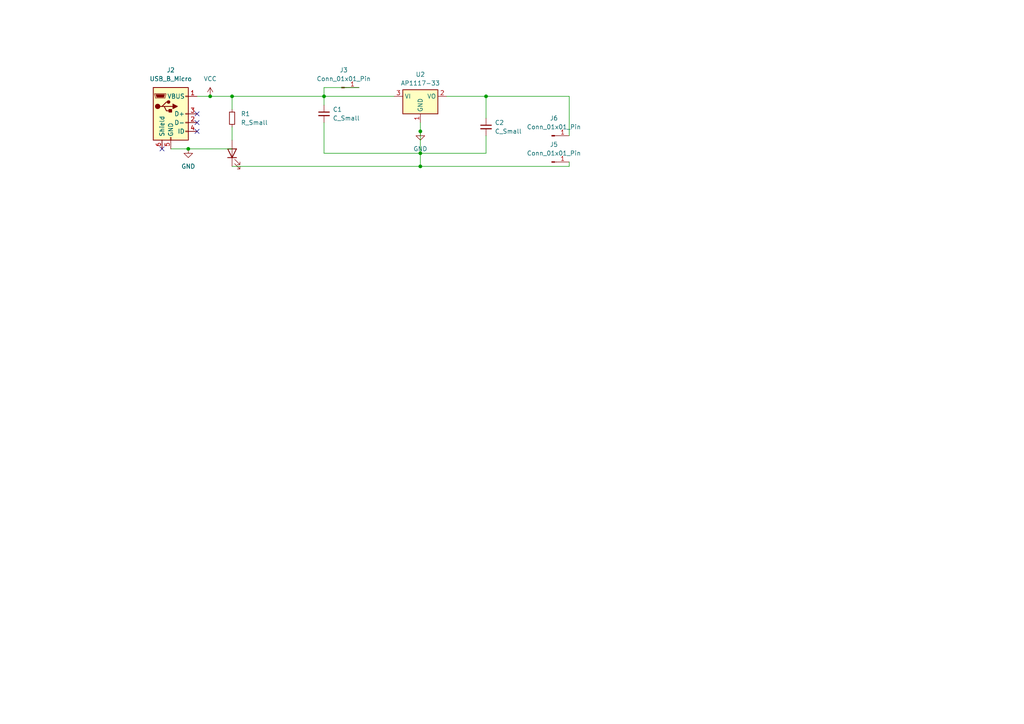
<source format=kicad_sch>
(kicad_sch (version 20230121) (generator eeschema)

  (uuid da77d8c9-f52e-42e0-9fe9-a5b292197b0d)

  (paper "A4")

  (lib_symbols
    (symbol "Connector:Conn_01x01_Pin" (pin_names (offset 1.016) hide) (in_bom yes) (on_board yes)
      (property "Reference" "J" (at 0 2.54 0)
        (effects (font (size 1.27 1.27)))
      )
      (property "Value" "Conn_01x01_Pin" (at 0 -2.54 0)
        (effects (font (size 1.27 1.27)))
      )
      (property "Footprint" "" (at 0 0 0)
        (effects (font (size 1.27 1.27)) hide)
      )
      (property "Datasheet" "~" (at 0 0 0)
        (effects (font (size 1.27 1.27)) hide)
      )
      (property "ki_locked" "" (at 0 0 0)
        (effects (font (size 1.27 1.27)))
      )
      (property "ki_keywords" "connector" (at 0 0 0)
        (effects (font (size 1.27 1.27)) hide)
      )
      (property "ki_description" "Generic connector, single row, 01x01, script generated" (at 0 0 0)
        (effects (font (size 1.27 1.27)) hide)
      )
      (property "ki_fp_filters" "Connector*:*_1x??_*" (at 0 0 0)
        (effects (font (size 1.27 1.27)) hide)
      )
      (symbol "Conn_01x01_Pin_1_1"
        (polyline
          (pts
            (xy 1.27 0)
            (xy 0.8636 0)
          )
          (stroke (width 0.1524) (type default))
          (fill (type none))
        )
        (rectangle (start 0.8636 0.127) (end 0 -0.127)
          (stroke (width 0.1524) (type default))
          (fill (type outline))
        )
        (pin passive line (at 5.08 0 180) (length 3.81)
          (name "Pin_1" (effects (font (size 1.27 1.27))))
          (number "1" (effects (font (size 1.27 1.27))))
        )
      )
    )
    (symbol "Connector:USB_B_Micro" (pin_names (offset 1.016)) (in_bom yes) (on_board yes)
      (property "Reference" "J" (at -5.08 11.43 0)
        (effects (font (size 1.27 1.27)) (justify left))
      )
      (property "Value" "USB_B_Micro" (at -5.08 8.89 0)
        (effects (font (size 1.27 1.27)) (justify left))
      )
      (property "Footprint" "" (at 3.81 -1.27 0)
        (effects (font (size 1.27 1.27)) hide)
      )
      (property "Datasheet" "~" (at 3.81 -1.27 0)
        (effects (font (size 1.27 1.27)) hide)
      )
      (property "ki_keywords" "connector USB micro" (at 0 0 0)
        (effects (font (size 1.27 1.27)) hide)
      )
      (property "ki_description" "USB Micro Type B connector" (at 0 0 0)
        (effects (font (size 1.27 1.27)) hide)
      )
      (property "ki_fp_filters" "USB*" (at 0 0 0)
        (effects (font (size 1.27 1.27)) hide)
      )
      (symbol "USB_B_Micro_0_1"
        (rectangle (start -5.08 -7.62) (end 5.08 7.62)
          (stroke (width 0.254) (type default))
          (fill (type background))
        )
        (circle (center -3.81 2.159) (radius 0.635)
          (stroke (width 0.254) (type default))
          (fill (type outline))
        )
        (circle (center -0.635 3.429) (radius 0.381)
          (stroke (width 0.254) (type default))
          (fill (type outline))
        )
        (rectangle (start -0.127 -7.62) (end 0.127 -6.858)
          (stroke (width 0) (type default))
          (fill (type none))
        )
        (polyline
          (pts
            (xy -1.905 2.159)
            (xy 0.635 2.159)
          )
          (stroke (width 0.254) (type default))
          (fill (type none))
        )
        (polyline
          (pts
            (xy -3.175 2.159)
            (xy -2.54 2.159)
            (xy -1.27 3.429)
            (xy -0.635 3.429)
          )
          (stroke (width 0.254) (type default))
          (fill (type none))
        )
        (polyline
          (pts
            (xy -2.54 2.159)
            (xy -1.905 2.159)
            (xy -1.27 0.889)
            (xy 0 0.889)
          )
          (stroke (width 0.254) (type default))
          (fill (type none))
        )
        (polyline
          (pts
            (xy 0.635 2.794)
            (xy 0.635 1.524)
            (xy 1.905 2.159)
            (xy 0.635 2.794)
          )
          (stroke (width 0.254) (type default))
          (fill (type outline))
        )
        (polyline
          (pts
            (xy -4.318 5.588)
            (xy -1.778 5.588)
            (xy -2.032 4.826)
            (xy -4.064 4.826)
            (xy -4.318 5.588)
          )
          (stroke (width 0) (type default))
          (fill (type outline))
        )
        (polyline
          (pts
            (xy -4.699 5.842)
            (xy -4.699 5.588)
            (xy -4.445 4.826)
            (xy -4.445 4.572)
            (xy -1.651 4.572)
            (xy -1.651 4.826)
            (xy -1.397 5.588)
            (xy -1.397 5.842)
            (xy -4.699 5.842)
          )
          (stroke (width 0) (type default))
          (fill (type none))
        )
        (rectangle (start 0.254 1.27) (end -0.508 0.508)
          (stroke (width 0.254) (type default))
          (fill (type outline))
        )
        (rectangle (start 5.08 -5.207) (end 4.318 -4.953)
          (stroke (width 0) (type default))
          (fill (type none))
        )
        (rectangle (start 5.08 -2.667) (end 4.318 -2.413)
          (stroke (width 0) (type default))
          (fill (type none))
        )
        (rectangle (start 5.08 -0.127) (end 4.318 0.127)
          (stroke (width 0) (type default))
          (fill (type none))
        )
        (rectangle (start 5.08 4.953) (end 4.318 5.207)
          (stroke (width 0) (type default))
          (fill (type none))
        )
      )
      (symbol "USB_B_Micro_1_1"
        (pin power_out line (at 7.62 5.08 180) (length 2.54)
          (name "VBUS" (effects (font (size 1.27 1.27))))
          (number "1" (effects (font (size 1.27 1.27))))
        )
        (pin bidirectional line (at 7.62 -2.54 180) (length 2.54)
          (name "D-" (effects (font (size 1.27 1.27))))
          (number "2" (effects (font (size 1.27 1.27))))
        )
        (pin bidirectional line (at 7.62 0 180) (length 2.54)
          (name "D+" (effects (font (size 1.27 1.27))))
          (number "3" (effects (font (size 1.27 1.27))))
        )
        (pin passive line (at 7.62 -5.08 180) (length 2.54)
          (name "ID" (effects (font (size 1.27 1.27))))
          (number "4" (effects (font (size 1.27 1.27))))
        )
        (pin power_out line (at 0 -10.16 90) (length 2.54)
          (name "GND" (effects (font (size 1.27 1.27))))
          (number "5" (effects (font (size 1.27 1.27))))
        )
        (pin passive line (at -2.54 -10.16 90) (length 2.54)
          (name "Shield" (effects (font (size 1.27 1.27))))
          (number "6" (effects (font (size 1.27 1.27))))
        )
      )
    )
    (symbol "Device:C_Small" (pin_numbers hide) (pin_names (offset 0.254) hide) (in_bom yes) (on_board yes)
      (property "Reference" "C" (at 0.254 1.778 0)
        (effects (font (size 1.27 1.27)) (justify left))
      )
      (property "Value" "C_Small" (at 0.254 -2.032 0)
        (effects (font (size 1.27 1.27)) (justify left))
      )
      (property "Footprint" "" (at 0 0 0)
        (effects (font (size 1.27 1.27)) hide)
      )
      (property "Datasheet" "~" (at 0 0 0)
        (effects (font (size 1.27 1.27)) hide)
      )
      (property "ki_keywords" "capacitor cap" (at 0 0 0)
        (effects (font (size 1.27 1.27)) hide)
      )
      (property "ki_description" "Unpolarized capacitor, small symbol" (at 0 0 0)
        (effects (font (size 1.27 1.27)) hide)
      )
      (property "ki_fp_filters" "C_*" (at 0 0 0)
        (effects (font (size 1.27 1.27)) hide)
      )
      (symbol "C_Small_0_1"
        (polyline
          (pts
            (xy -1.524 -0.508)
            (xy 1.524 -0.508)
          )
          (stroke (width 0.3302) (type default))
          (fill (type none))
        )
        (polyline
          (pts
            (xy -1.524 0.508)
            (xy 1.524 0.508)
          )
          (stroke (width 0.3048) (type default))
          (fill (type none))
        )
      )
      (symbol "C_Small_1_1"
        (pin passive line (at 0 2.54 270) (length 2.032)
          (name "~" (effects (font (size 1.27 1.27))))
          (number "1" (effects (font (size 1.27 1.27))))
        )
        (pin passive line (at 0 -2.54 90) (length 2.032)
          (name "~" (effects (font (size 1.27 1.27))))
          (number "2" (effects (font (size 1.27 1.27))))
        )
      )
    )
    (symbol "Device:LED" (pin_numbers hide) (pin_names (offset 1.016) hide) (in_bom yes) (on_board yes)
      (property "Reference" "D" (at 0 2.54 0)
        (effects (font (size 1.27 1.27)))
      )
      (property "Value" "LED" (at 0 -2.54 0)
        (effects (font (size 1.27 1.27)))
      )
      (property "Footprint" "" (at 0 0 0)
        (effects (font (size 1.27 1.27)) hide)
      )
      (property "Datasheet" "~" (at 0 0 0)
        (effects (font (size 1.27 1.27)) hide)
      )
      (property "ki_keywords" "LED diode" (at 0 0 0)
        (effects (font (size 1.27 1.27)) hide)
      )
      (property "ki_description" "Light emitting diode" (at 0 0 0)
        (effects (font (size 1.27 1.27)) hide)
      )
      (property "ki_fp_filters" "LED* LED_SMD:* LED_THT:*" (at 0 0 0)
        (effects (font (size 1.27 1.27)) hide)
      )
      (symbol "LED_0_1"
        (polyline
          (pts
            (xy -1.27 -1.27)
            (xy -1.27 1.27)
          )
          (stroke (width 0.254) (type default))
          (fill (type none))
        )
        (polyline
          (pts
            (xy -1.27 0)
            (xy 1.27 0)
          )
          (stroke (width 0) (type default))
          (fill (type none))
        )
        (polyline
          (pts
            (xy 1.27 -1.27)
            (xy 1.27 1.27)
            (xy -1.27 0)
            (xy 1.27 -1.27)
          )
          (stroke (width 0.254) (type default))
          (fill (type none))
        )
        (polyline
          (pts
            (xy -3.048 -0.762)
            (xy -4.572 -2.286)
            (xy -3.81 -2.286)
            (xy -4.572 -2.286)
            (xy -4.572 -1.524)
          )
          (stroke (width 0) (type default))
          (fill (type none))
        )
        (polyline
          (pts
            (xy -1.778 -0.762)
            (xy -3.302 -2.286)
            (xy -2.54 -2.286)
            (xy -3.302 -2.286)
            (xy -3.302 -1.524)
          )
          (stroke (width 0) (type default))
          (fill (type none))
        )
      )
      (symbol "LED_1_1"
        (pin passive line (at -3.81 0 0) (length 2.54)
          (name "K" (effects (font (size 1.27 1.27))))
          (number "1" (effects (font (size 1.27 1.27))))
        )
        (pin passive line (at 3.81 0 180) (length 2.54)
          (name "A" (effects (font (size 1.27 1.27))))
          (number "2" (effects (font (size 1.27 1.27))))
        )
      )
    )
    (symbol "Device:R_Small" (pin_numbers hide) (pin_names (offset 0.254) hide) (in_bom yes) (on_board yes)
      (property "Reference" "R" (at 0.762 0.508 0)
        (effects (font (size 1.27 1.27)) (justify left))
      )
      (property "Value" "R_Small" (at 0.762 -1.016 0)
        (effects (font (size 1.27 1.27)) (justify left))
      )
      (property "Footprint" "" (at 0 0 0)
        (effects (font (size 1.27 1.27)) hide)
      )
      (property "Datasheet" "~" (at 0 0 0)
        (effects (font (size 1.27 1.27)) hide)
      )
      (property "ki_keywords" "R resistor" (at 0 0 0)
        (effects (font (size 1.27 1.27)) hide)
      )
      (property "ki_description" "Resistor, small symbol" (at 0 0 0)
        (effects (font (size 1.27 1.27)) hide)
      )
      (property "ki_fp_filters" "R_*" (at 0 0 0)
        (effects (font (size 1.27 1.27)) hide)
      )
      (symbol "R_Small_0_1"
        (rectangle (start -0.762 1.778) (end 0.762 -1.778)
          (stroke (width 0.2032) (type default))
          (fill (type none))
        )
      )
      (symbol "R_Small_1_1"
        (pin passive line (at 0 2.54 270) (length 0.762)
          (name "~" (effects (font (size 1.27 1.27))))
          (number "1" (effects (font (size 1.27 1.27))))
        )
        (pin passive line (at 0 -2.54 90) (length 0.762)
          (name "~" (effects (font (size 1.27 1.27))))
          (number "2" (effects (font (size 1.27 1.27))))
        )
      )
    )
    (symbol "Regulator_Linear:AP1117-33" (in_bom yes) (on_board yes)
      (property "Reference" "U" (at -3.81 3.175 0)
        (effects (font (size 1.27 1.27)))
      )
      (property "Value" "AP1117-33" (at 0 3.175 0)
        (effects (font (size 1.27 1.27)) (justify left))
      )
      (property "Footprint" "Package_TO_SOT_SMD:SOT-223-3_TabPin2" (at 0 5.08 0)
        (effects (font (size 1.27 1.27)) hide)
      )
      (property "Datasheet" "http://www.diodes.com/datasheets/AP1117.pdf" (at 2.54 -6.35 0)
        (effects (font (size 1.27 1.27)) hide)
      )
      (property "ki_keywords" "linear regulator ldo fixed positive obsolete" (at 0 0 0)
        (effects (font (size 1.27 1.27)) hide)
      )
      (property "ki_description" "1A Low Dropout regulator, positive, 3.3V fixed output, SOT-223" (at 0 0 0)
        (effects (font (size 1.27 1.27)) hide)
      )
      (property "ki_fp_filters" "SOT?223*TabPin2*" (at 0 0 0)
        (effects (font (size 1.27 1.27)) hide)
      )
      (symbol "AP1117-33_0_1"
        (rectangle (start -5.08 -5.08) (end 5.08 1.905)
          (stroke (width 0.254) (type default))
          (fill (type background))
        )
      )
      (symbol "AP1117-33_1_1"
        (pin power_in line (at 0 -7.62 90) (length 2.54)
          (name "GND" (effects (font (size 1.27 1.27))))
          (number "1" (effects (font (size 1.27 1.27))))
        )
        (pin power_out line (at 7.62 0 180) (length 2.54)
          (name "VO" (effects (font (size 1.27 1.27))))
          (number "2" (effects (font (size 1.27 1.27))))
        )
        (pin power_in line (at -7.62 0 0) (length 2.54)
          (name "VI" (effects (font (size 1.27 1.27))))
          (number "3" (effects (font (size 1.27 1.27))))
        )
      )
    )
    (symbol "power:GND" (power) (pin_names (offset 0)) (in_bom yes) (on_board yes)
      (property "Reference" "#PWR" (at 0 -6.35 0)
        (effects (font (size 1.27 1.27)) hide)
      )
      (property "Value" "GND" (at 0 -3.81 0)
        (effects (font (size 1.27 1.27)))
      )
      (property "Footprint" "" (at 0 0 0)
        (effects (font (size 1.27 1.27)) hide)
      )
      (property "Datasheet" "" (at 0 0 0)
        (effects (font (size 1.27 1.27)) hide)
      )
      (property "ki_keywords" "global power" (at 0 0 0)
        (effects (font (size 1.27 1.27)) hide)
      )
      (property "ki_description" "Power symbol creates a global label with name \"GND\" , ground" (at 0 0 0)
        (effects (font (size 1.27 1.27)) hide)
      )
      (symbol "GND_0_1"
        (polyline
          (pts
            (xy 0 0)
            (xy 0 -1.27)
            (xy 1.27 -1.27)
            (xy 0 -2.54)
            (xy -1.27 -1.27)
            (xy 0 -1.27)
          )
          (stroke (width 0) (type default))
          (fill (type none))
        )
      )
      (symbol "GND_1_1"
        (pin power_in line (at 0 0 270) (length 0) hide
          (name "GND" (effects (font (size 1.27 1.27))))
          (number "1" (effects (font (size 1.27 1.27))))
        )
      )
    )
    (symbol "power:VCC" (power) (pin_names (offset 0)) (in_bom yes) (on_board yes)
      (property "Reference" "#PWR" (at 0 -3.81 0)
        (effects (font (size 1.27 1.27)) hide)
      )
      (property "Value" "VCC" (at 0 3.81 0)
        (effects (font (size 1.27 1.27)))
      )
      (property "Footprint" "" (at 0 0 0)
        (effects (font (size 1.27 1.27)) hide)
      )
      (property "Datasheet" "" (at 0 0 0)
        (effects (font (size 1.27 1.27)) hide)
      )
      (property "ki_keywords" "global power" (at 0 0 0)
        (effects (font (size 1.27 1.27)) hide)
      )
      (property "ki_description" "Power symbol creates a global label with name \"VCC\"" (at 0 0 0)
        (effects (font (size 1.27 1.27)) hide)
      )
      (symbol "VCC_0_1"
        (polyline
          (pts
            (xy -0.762 1.27)
            (xy 0 2.54)
          )
          (stroke (width 0) (type default))
          (fill (type none))
        )
        (polyline
          (pts
            (xy 0 0)
            (xy 0 2.54)
          )
          (stroke (width 0) (type default))
          (fill (type none))
        )
        (polyline
          (pts
            (xy 0 2.54)
            (xy 0.762 1.27)
          )
          (stroke (width 0) (type default))
          (fill (type none))
        )
      )
      (symbol "VCC_1_1"
        (pin power_in line (at 0 0 90) (length 0) hide
          (name "VCC" (effects (font (size 1.27 1.27))))
          (number "1" (effects (font (size 1.27 1.27))))
        )
      )
    )
  )

  (junction (at 121.92 48.26) (diameter 0) (color 0 0 0 0)
    (uuid 0670ecdd-a73c-4339-8ad8-c6727b7a5389)
  )
  (junction (at 93.98 27.94) (diameter 0) (color 0 0 0 0)
    (uuid 0d1861e2-a5fb-428e-b2b7-25688803d29f)
  )
  (junction (at 54.61 43.18) (diameter 0) (color 0 0 0 0)
    (uuid 3bdf84e4-8524-4e41-a7de-071e88ab5ab4)
  )
  (junction (at 60.96 27.94) (diameter 0) (color 0 0 0 0)
    (uuid 4425f52e-e1c7-4543-901f-13dc0b8e0284)
  )
  (junction (at 140.97 27.94) (diameter 0) (color 0 0 0 0)
    (uuid 62b4e973-b7a2-45aa-a5d0-50e386c2c78f)
  )
  (junction (at 121.92 38.1) (diameter 0) (color 0 0 0 0)
    (uuid a4f13719-fcb8-4173-90bf-7e60248ae376)
  )
  (junction (at 67.31 27.94) (diameter 0) (color 0 0 0 0)
    (uuid cc90e996-a7fe-4072-9352-78185f9acdba)
  )
  (junction (at 121.92 44.45) (diameter 0) (color 0 0 0 0)
    (uuid dfb27743-ed55-426f-8ae9-ac365b6346c0)
  )

  (no_connect (at 46.99 43.18) (uuid 2335df15-c647-4049-a7b8-44ed4c1def80))
  (no_connect (at 57.15 33.02) (uuid 5e15241e-a334-41dc-afff-eb8825dc27fa))
  (no_connect (at 57.15 35.56) (uuid 78a1b4dd-a704-4b95-b9aa-9802656a5585))
  (no_connect (at 57.15 38.1) (uuid 8cfc43e6-0ae9-4e36-95f9-f0e670c10959))

  (wire (pts (xy 67.31 27.94) (xy 93.98 27.94))
    (stroke (width 0) (type default))
    (uuid 012d36ca-83c5-40d5-a88d-1a12bb9625a3)
  )
  (wire (pts (xy 165.1 48.26) (xy 121.92 48.26))
    (stroke (width 0) (type default))
    (uuid 0e2a84a1-04d2-4a74-b414-698603346bf4)
  )
  (wire (pts (xy 67.31 36.83) (xy 67.31 40.64))
    (stroke (width 0) (type default))
    (uuid 133d5f4f-60d3-47da-b656-9413f664bbca)
  )
  (wire (pts (xy 140.97 39.37) (xy 140.97 44.45))
    (stroke (width 0) (type default))
    (uuid 1456d739-3689-4bc5-a65e-4bfc03b3674c)
  )
  (wire (pts (xy 121.92 44.45) (xy 140.97 44.45))
    (stroke (width 0) (type default))
    (uuid 1b61d4bd-6fad-464a-aae2-43373d3a4ac9)
  )
  (wire (pts (xy 165.1 27.94) (xy 165.1 39.37))
    (stroke (width 0) (type default))
    (uuid 2094a302-486f-4e6f-84dc-37087c253251)
  )
  (wire (pts (xy 104.14 25.4) (xy 93.98 25.4))
    (stroke (width 0) (type default))
    (uuid 23d20389-edf0-4eda-be1c-e419d752f15f)
  )
  (wire (pts (xy 140.97 27.94) (xy 165.1 27.94))
    (stroke (width 0) (type default))
    (uuid 2c9d9f75-670f-4a88-84d9-fa91ddf6bb94)
  )
  (wire (pts (xy 121.92 38.1) (xy 121.92 44.45))
    (stroke (width 0) (type default))
    (uuid 307522ca-f9d3-40bf-ab30-badfda1ce119)
  )
  (wire (pts (xy 129.54 27.94) (xy 140.97 27.94))
    (stroke (width 0) (type default))
    (uuid 361b7e89-311e-464c-828e-5dd64c125351)
  )
  (wire (pts (xy 165.1 46.99) (xy 165.1 48.26))
    (stroke (width 0) (type default))
    (uuid 36bc8a40-2ec8-4e13-961a-92f1953d6e0a)
  )
  (wire (pts (xy 93.98 35.56) (xy 93.98 44.45))
    (stroke (width 0) (type default))
    (uuid 36cedf0f-1d61-4b64-a720-48538953a492)
  )
  (wire (pts (xy 93.98 27.94) (xy 93.98 30.48))
    (stroke (width 0) (type default))
    (uuid 396384e6-6426-41dd-a229-e157ba277c34)
  )
  (wire (pts (xy 67.31 48.26) (xy 121.92 48.26))
    (stroke (width 0) (type default))
    (uuid 3a21aca4-21ad-4cd6-a2f3-1076ab6b3132)
  )
  (wire (pts (xy 121.92 35.56) (xy 121.92 38.1))
    (stroke (width 0) (type default))
    (uuid 3fd2081a-14ed-4ae7-a0f2-113805bc1959)
  )
  (wire (pts (xy 121.92 48.26) (xy 121.92 44.45))
    (stroke (width 0) (type default))
    (uuid 53f9205e-b832-4c4b-9c7d-008e773e433a)
  )
  (wire (pts (xy 67.31 27.94) (xy 67.31 31.75))
    (stroke (width 0) (type default))
    (uuid 663be579-915f-4d7a-a4a4-07510d91334f)
  )
  (wire (pts (xy 57.15 27.94) (xy 60.96 27.94))
    (stroke (width 0) (type default))
    (uuid 71816a16-2a0c-4e4d-9f19-8a7214c66b95)
  )
  (wire (pts (xy 93.98 27.94) (xy 114.3 27.94))
    (stroke (width 0) (type default))
    (uuid a3279219-3085-4223-913e-bfb9526c9b5d)
  )
  (wire (pts (xy 49.53 43.18) (xy 54.61 43.18))
    (stroke (width 0) (type default))
    (uuid a68ddfac-7185-4861-a4ef-3dade3344281)
  )
  (wire (pts (xy 60.96 27.94) (xy 67.31 27.94))
    (stroke (width 0) (type default))
    (uuid bb949218-212c-4590-831d-394888898ade)
  )
  (wire (pts (xy 54.61 43.18) (xy 67.31 43.18))
    (stroke (width 0) (type default))
    (uuid c7f44cfb-1dbf-4730-8cb1-d47122da89ea)
  )
  (wire (pts (xy 140.97 27.94) (xy 140.97 34.29))
    (stroke (width 0) (type default))
    (uuid cd4e0ea1-faf2-4a5c-980a-f7b5dceae787)
  )
  (wire (pts (xy 93.98 44.45) (xy 121.92 44.45))
    (stroke (width 0) (type default))
    (uuid d1056781-bb18-4b48-8932-320b1b0fcbc2)
  )
  (wire (pts (xy 93.98 25.4) (xy 93.98 27.94))
    (stroke (width 0) (type default))
    (uuid da4ce228-5778-46a0-852a-d6040eab848d)
  )

  (symbol (lib_id "Connector:Conn_01x01_Pin") (at 160.02 46.99 0) (unit 1)
    (in_bom yes) (on_board yes) (dnp no) (fields_autoplaced)
    (uuid 1757bac1-c37c-4506-b38b-f89d23197624)
    (property "Reference" "J5" (at 160.655 41.91 0)
      (effects (font (size 1.27 1.27)))
    )
    (property "Value" "Conn_01x01_Pin" (at 160.655 44.45 0)
      (effects (font (size 1.27 1.27)))
    )
    (property "Footprint" "Connector_PinHeader_2.00mm:PinHeader_1x01_P2.00mm_Vertical" (at 160.02 46.99 0)
      (effects (font (size 1.27 1.27)) hide)
    )
    (property "Datasheet" "~" (at 160.02 46.99 0)
      (effects (font (size 1.27 1.27)) hide)
    )
    (pin "1" (uuid f1559b02-b221-4779-a455-2bff34a814a1))
    (instances
      (project "SD_SMD_ESP_holders"
        (path "/da77d8c9-f52e-42e0-9fe9-a5b292197b0d"
          (reference "J5") (unit 1)
        )
      )
    )
  )

  (symbol (lib_id "power:VCC") (at 60.96 27.94 0) (unit 1)
    (in_bom yes) (on_board yes) (dnp no) (fields_autoplaced)
    (uuid 20d567da-29ca-40bc-9f41-52bfaf50b3a0)
    (property "Reference" "#PWR02" (at 60.96 31.75 0)
      (effects (font (size 1.27 1.27)) hide)
    )
    (property "Value" "VCC" (at 60.96 22.86 0)
      (effects (font (size 1.27 1.27)))
    )
    (property "Footprint" "" (at 60.96 27.94 0)
      (effects (font (size 1.27 1.27)) hide)
    )
    (property "Datasheet" "" (at 60.96 27.94 0)
      (effects (font (size 1.27 1.27)) hide)
    )
    (pin "1" (uuid e539388d-2cd8-4363-a549-ebc2588c57f4))
    (instances
      (project "SD_SMD_ESP_holders"
        (path "/da77d8c9-f52e-42e0-9fe9-a5b292197b0d"
          (reference "#PWR02") (unit 1)
        )
      )
    )
  )

  (symbol (lib_id "power:GND") (at 121.92 38.1 0) (unit 1)
    (in_bom yes) (on_board yes) (dnp no) (fields_autoplaced)
    (uuid 22db4eb0-12c6-42a8-9fbf-a53a8dd9b19e)
    (property "Reference" "#PWR03" (at 121.92 44.45 0)
      (effects (font (size 1.27 1.27)) hide)
    )
    (property "Value" "GND" (at 121.92 43.18 0)
      (effects (font (size 1.27 1.27)))
    )
    (property "Footprint" "" (at 121.92 38.1 0)
      (effects (font (size 1.27 1.27)) hide)
    )
    (property "Datasheet" "" (at 121.92 38.1 0)
      (effects (font (size 1.27 1.27)) hide)
    )
    (pin "1" (uuid d501756e-a65d-4037-bb60-7b2381ff5fd3))
    (instances
      (project "SD_SMD_ESP_holders"
        (path "/da77d8c9-f52e-42e0-9fe9-a5b292197b0d"
          (reference "#PWR03") (unit 1)
        )
      )
    )
  )

  (symbol (lib_id "Device:LED") (at 67.31 44.45 90) (unit 1)
    (in_bom yes) (on_board yes) (dnp no) (fields_autoplaced)
    (uuid 3b3eb587-8dfd-4cbc-8246-4321e3461a93)
    (property "Reference" "D1" (at 60.96 46.0375 0)
      (effects (font (size 1.27 1.27)) hide)
    )
    (property "Value" "LED" (at 63.5 46.0375 0)
      (effects (font (size 1.27 1.27)) hide)
    )
    (property "Footprint" "LED_SMD:LED_1206_3216Metric_Pad1.42x1.75mm_HandSolder" (at 67.31 44.45 0)
      (effects (font (size 1.27 1.27)) hide)
    )
    (property "Datasheet" "~" (at 67.31 44.45 0)
      (effects (font (size 1.27 1.27)) hide)
    )
    (pin "1" (uuid 6bb621b9-c658-42c3-b230-8e492c74062c))
    (pin "2" (uuid 207eb3fa-4d27-41e1-9cd3-e5492dbbbdc1))
    (instances
      (project "SD_SMD_ESP_holders"
        (path "/da77d8c9-f52e-42e0-9fe9-a5b292197b0d"
          (reference "D1") (unit 1)
        )
      )
    )
  )

  (symbol (lib_id "Device:C_Small") (at 140.97 36.83 0) (unit 1)
    (in_bom yes) (on_board yes) (dnp no) (fields_autoplaced)
    (uuid 41482d32-4471-4f00-8273-4cd56ddaa077)
    (property "Reference" "C2" (at 143.51 35.5663 0)
      (effects (font (size 1.27 1.27)) (justify left))
    )
    (property "Value" "C_Small" (at 143.51 38.1063 0)
      (effects (font (size 1.27 1.27)) (justify left))
    )
    (property "Footprint" "Capacitor_SMD:C_1206_3216Metric" (at 140.97 36.83 0)
      (effects (font (size 1.27 1.27)) hide)
    )
    (property "Datasheet" "~" (at 140.97 36.83 0)
      (effects (font (size 1.27 1.27)) hide)
    )
    (pin "1" (uuid b530e047-3203-4d23-a481-5d7570fb29aa))
    (pin "2" (uuid c8e4f533-0930-4e95-9165-caae2f2ef324))
    (instances
      (project "SD_SMD_ESP_holders"
        (path "/da77d8c9-f52e-42e0-9fe9-a5b292197b0d"
          (reference "C2") (unit 1)
        )
      )
    )
  )

  (symbol (lib_id "Device:C_Small") (at 93.98 33.02 0) (unit 1)
    (in_bom yes) (on_board yes) (dnp no) (fields_autoplaced)
    (uuid 5acc087d-502d-4cd4-b05f-0a70beb43556)
    (property "Reference" "C1" (at 96.52 31.7563 0)
      (effects (font (size 1.27 1.27)) (justify left))
    )
    (property "Value" "C_Small" (at 96.52 34.2963 0)
      (effects (font (size 1.27 1.27)) (justify left))
    )
    (property "Footprint" "Capacitor_SMD:C_1206_3216Metric" (at 93.98 33.02 0)
      (effects (font (size 1.27 1.27)) hide)
    )
    (property "Datasheet" "~" (at 93.98 33.02 0)
      (effects (font (size 1.27 1.27)) hide)
    )
    (pin "1" (uuid 1d6e7c83-5e52-4912-a7b3-4965fb68ce3c))
    (pin "2" (uuid 64753733-c82b-4aca-88f0-323cd0c936ef))
    (instances
      (project "SD_SMD_ESP_holders"
        (path "/da77d8c9-f52e-42e0-9fe9-a5b292197b0d"
          (reference "C1") (unit 1)
        )
      )
    )
  )

  (symbol (lib_id "power:GND") (at 54.61 43.18 0) (unit 1)
    (in_bom yes) (on_board yes) (dnp no) (fields_autoplaced)
    (uuid 62c95b83-f846-49c3-a378-560e8a36fe0b)
    (property "Reference" "#PWR01" (at 54.61 49.53 0)
      (effects (font (size 1.27 1.27)) hide)
    )
    (property "Value" "GND" (at 54.61 48.26 0)
      (effects (font (size 1.27 1.27)))
    )
    (property "Footprint" "" (at 54.61 43.18 0)
      (effects (font (size 1.27 1.27)) hide)
    )
    (property "Datasheet" "" (at 54.61 43.18 0)
      (effects (font (size 1.27 1.27)) hide)
    )
    (pin "1" (uuid 0ac9419d-8dc6-4c5d-8cf1-7f71db6b550e))
    (instances
      (project "SD_SMD_ESP_holders"
        (path "/da77d8c9-f52e-42e0-9fe9-a5b292197b0d"
          (reference "#PWR01") (unit 1)
        )
      )
    )
  )

  (symbol (lib_id "Connector:Conn_01x01_Pin") (at 99.06 25.4 0) (unit 1)
    (in_bom yes) (on_board yes) (dnp no) (fields_autoplaced)
    (uuid 7ed8855a-3150-4543-9fe5-b2e229c9d0db)
    (property "Reference" "J3" (at 99.695 20.32 0)
      (effects (font (size 1.27 1.27)))
    )
    (property "Value" "Conn_01x01_Pin" (at 99.695 22.86 0)
      (effects (font (size 1.27 1.27)))
    )
    (property "Footprint" "Connector_PinHeader_2.00mm:PinHeader_1x01_P2.00mm_Vertical" (at 99.06 25.4 0)
      (effects (font (size 1.27 1.27)) hide)
    )
    (property "Datasheet" "~" (at 99.06 25.4 0)
      (effects (font (size 1.27 1.27)) hide)
    )
    (pin "1" (uuid 62224916-5635-4dda-b79a-6979090656ee))
    (instances
      (project "SD_SMD_ESP_holders"
        (path "/da77d8c9-f52e-42e0-9fe9-a5b292197b0d"
          (reference "J3") (unit 1)
        )
      )
    )
  )

  (symbol (lib_id "Regulator_Linear:AP1117-33") (at 121.92 27.94 0) (unit 1)
    (in_bom yes) (on_board yes) (dnp no) (fields_autoplaced)
    (uuid 88609cc5-788b-489f-ba35-b6c58bfa562c)
    (property "Reference" "U2" (at 121.92 21.59 0)
      (effects (font (size 1.27 1.27)))
    )
    (property "Value" "AP1117-33" (at 121.92 24.13 0)
      (effects (font (size 1.27 1.27)))
    )
    (property "Footprint" "Package_TO_SOT_SMD:SOT-223-3_TabPin2" (at 121.92 22.86 0)
      (effects (font (size 1.27 1.27)) hide)
    )
    (property "Datasheet" "http://www.diodes.com/datasheets/AP1117.pdf" (at 124.46 34.29 0)
      (effects (font (size 1.27 1.27)) hide)
    )
    (pin "1" (uuid 73bcf3d3-a1f1-49b2-8b16-f26af8ac143e))
    (pin "2" (uuid 85347bda-23a7-424b-a4b6-cccb88ad006a))
    (pin "3" (uuid bb644441-ca93-45de-87ed-680873bd7d26))
    (instances
      (project "SD_SMD_ESP_holders"
        (path "/da77d8c9-f52e-42e0-9fe9-a5b292197b0d"
          (reference "U2") (unit 1)
        )
      )
    )
  )

  (symbol (lib_id "Device:R_Small") (at 67.31 34.29 0) (unit 1)
    (in_bom yes) (on_board yes) (dnp no) (fields_autoplaced)
    (uuid 8fa62258-1430-4371-aa93-60f3e6742184)
    (property "Reference" "R1" (at 69.85 33.02 0)
      (effects (font (size 1.27 1.27)) (justify left))
    )
    (property "Value" "R_Small" (at 69.85 35.56 0)
      (effects (font (size 1.27 1.27)) (justify left))
    )
    (property "Footprint" "Resistor_SMD:R_1206_3216Metric" (at 67.31 34.29 0)
      (effects (font (size 1.27 1.27)) hide)
    )
    (property "Datasheet" "~" (at 67.31 34.29 0)
      (effects (font (size 1.27 1.27)) hide)
    )
    (pin "1" (uuid 9bfd5d93-2e26-4d8d-94be-623529c1250a))
    (pin "2" (uuid 00999ae7-f85b-4a1f-9d89-089017050c92))
    (instances
      (project "SD_SMD_ESP_holders"
        (path "/da77d8c9-f52e-42e0-9fe9-a5b292197b0d"
          (reference "R1") (unit 1)
        )
      )
    )
  )

  (symbol (lib_id "Connector:Conn_01x01_Pin") (at 160.02 39.37 0) (unit 1)
    (in_bom yes) (on_board yes) (dnp no) (fields_autoplaced)
    (uuid 925ddc45-6363-48b8-8ed6-959f224304cc)
    (property "Reference" "J6" (at 160.655 34.29 0)
      (effects (font (size 1.27 1.27)))
    )
    (property "Value" "Conn_01x01_Pin" (at 160.655 36.83 0)
      (effects (font (size 1.27 1.27)))
    )
    (property "Footprint" "Connector_PinHeader_2.00mm:PinHeader_1x01_P2.00mm_Vertical" (at 160.02 39.37 0)
      (effects (font (size 1.27 1.27)) hide)
    )
    (property "Datasheet" "~" (at 160.02 39.37 0)
      (effects (font (size 1.27 1.27)) hide)
    )
    (pin "1" (uuid 665bf9e5-55b4-4c12-8f7d-6da7450c2c6d))
    (instances
      (project "SD_SMD_ESP_holders"
        (path "/da77d8c9-f52e-42e0-9fe9-a5b292197b0d"
          (reference "J6") (unit 1)
        )
      )
    )
  )

  (symbol (lib_id "Connector:USB_B_Micro") (at 49.53 33.02 0) (unit 1)
    (in_bom yes) (on_board yes) (dnp no) (fields_autoplaced)
    (uuid d9fa09d7-b51d-48c2-8223-55b1c314a8d0)
    (property "Reference" "J2" (at 49.53 20.32 0)
      (effects (font (size 1.27 1.27)))
    )
    (property "Value" "USB_B_Micro" (at 49.53 22.86 0)
      (effects (font (size 1.27 1.27)))
    )
    (property "Footprint" "Connector_USB:USB_Micro-B_Wuerth_629105150521" (at 53.34 34.29 0)
      (effects (font (size 1.27 1.27)) hide)
    )
    (property "Datasheet" "~" (at 53.34 34.29 0)
      (effects (font (size 1.27 1.27)) hide)
    )
    (pin "1" (uuid 94919aca-6b72-484b-9b95-17102f8d59ff))
    (pin "2" (uuid 27bccca3-2931-4eaf-9b18-4b34c2a17c89))
    (pin "3" (uuid ec64253f-2c1d-4146-bc35-bcec80767ddd))
    (pin "4" (uuid cf2b22d0-3560-4391-9c6c-ae446bcd5b9c))
    (pin "5" (uuid 46e47a69-7eea-4b69-9a64-e45e3e296790))
    (pin "6" (uuid b66a884a-2c46-4b90-bfd4-daf0cb8a30dc))
    (instances
      (project "SD_SMD_ESP_holders"
        (path "/da77d8c9-f52e-42e0-9fe9-a5b292197b0d"
          (reference "J2") (unit 1)
        )
      )
    )
  )

  (sheet_instances
    (path "/" (page "1"))
  )
)

</source>
